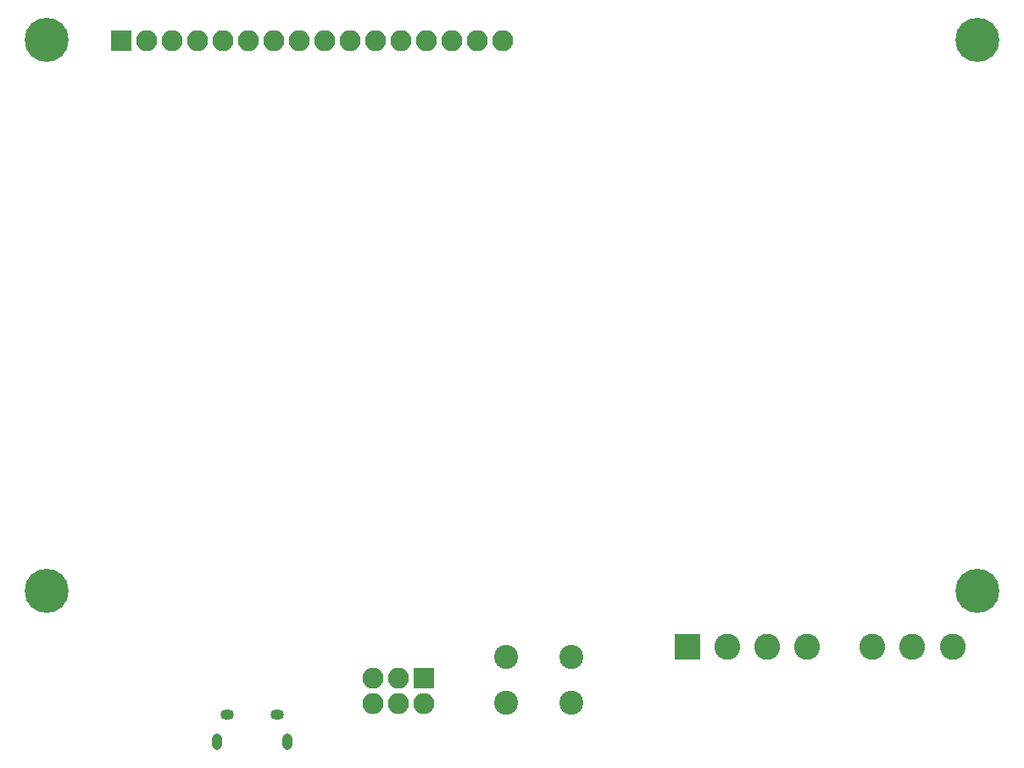
<source format=gbr>
G04 #@! TF.FileFunction,Soldermask,Bot*
%FSLAX46Y46*%
G04 Gerber Fmt 4.6, Leading zero omitted, Abs format (unit mm)*
G04 Created by KiCad (PCBNEW 4.0.7-e2-6376~58~ubuntu16.04.1) date Wed Jan 10 16:59:47 2018*
%MOMM*%
%LPD*%
G01*
G04 APERTURE LIST*
%ADD10C,0.100000*%
%ADD11C,4.400000*%
%ADD12C,2.400000*%
%ADD13R,2.100000X2.100000*%
%ADD14O,2.100000X2.100000*%
%ADD15C,2.600000*%
%ADD16R,2.600000X2.600000*%
%ADD17O,0.990000X1.650000*%
%ADD18O,1.350000X1.050000*%
G04 APERTURE END LIST*
D10*
D11*
X175500000Y-144500000D03*
X82500000Y-144500000D03*
X175500000Y-89500000D03*
D12*
X134950000Y-151150000D03*
X134950000Y-155650000D03*
X128450000Y-151150000D03*
X128450000Y-155650000D03*
D13*
X90000000Y-89540000D03*
D14*
X92540000Y-89540000D03*
X95080000Y-89540000D03*
X97620000Y-89540000D03*
X100160000Y-89540000D03*
X102700000Y-89540000D03*
X105240000Y-89540000D03*
X107780000Y-89540000D03*
X110320000Y-89540000D03*
X112860000Y-89540000D03*
X115400000Y-89540000D03*
X117940000Y-89540000D03*
X120480000Y-89540000D03*
X123020000Y-89540000D03*
X125560000Y-89540000D03*
X128100000Y-89540000D03*
D11*
X82500000Y-89500000D03*
D15*
X158500000Y-150100000D03*
X154500000Y-150100000D03*
X150500000Y-150100000D03*
X169000000Y-150100000D03*
X165000000Y-150100000D03*
D16*
X146500000Y-150100000D03*
D15*
X173000000Y-150100000D03*
D13*
X120200000Y-153200000D03*
D14*
X120200000Y-155740000D03*
X117660000Y-153200000D03*
X117660000Y-155740000D03*
X115120000Y-153200000D03*
X115120000Y-155740000D03*
D17*
X106550000Y-159550000D03*
D18*
X105550000Y-156850000D03*
D17*
X99550000Y-159550000D03*
D18*
X100550000Y-156850000D03*
M02*

</source>
